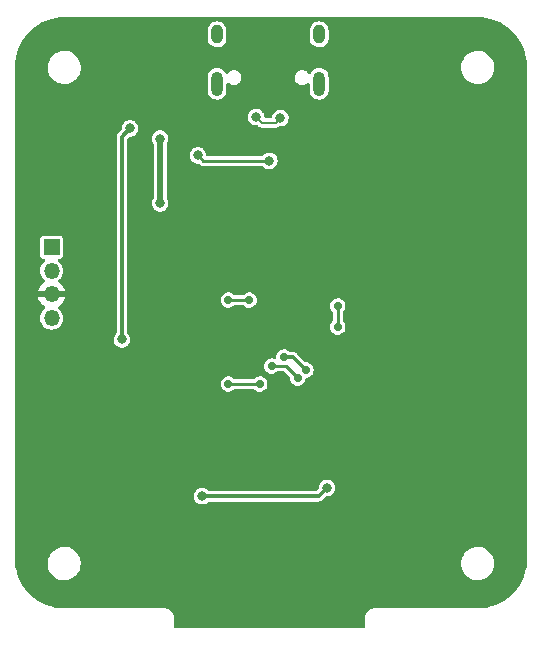
<source format=gbr>
%TF.GenerationSoftware,KiCad,Pcbnew,(6.0.7-1)-1*%
%TF.CreationDate,2023-05-14T20:37:22-05:00*%
%TF.ProjectId,ESP32-C3,45535033-322d-4433-932e-6b696361645f,1.0*%
%TF.SameCoordinates,Original*%
%TF.FileFunction,Copper,L2,Bot*%
%TF.FilePolarity,Positive*%
%FSLAX46Y46*%
G04 Gerber Fmt 4.6, Leading zero omitted, Abs format (unit mm)*
G04 Created by KiCad (PCBNEW (6.0.7-1)-1) date 2023-05-14 20:37:22*
%MOMM*%
%LPD*%
G01*
G04 APERTURE LIST*
%TA.AperFunction,ComponentPad*%
%ADD10O,1.000000X2.100000*%
%TD*%
%TA.AperFunction,ComponentPad*%
%ADD11O,1.000000X1.600000*%
%TD*%
%TA.AperFunction,ComponentPad*%
%ADD12R,1.350000X1.350000*%
%TD*%
%TA.AperFunction,ComponentPad*%
%ADD13O,1.350000X1.350000*%
%TD*%
%TA.AperFunction,ViaPad*%
%ADD14C,0.800000*%
%TD*%
%TA.AperFunction,ViaPad*%
%ADD15C,0.700000*%
%TD*%
%TA.AperFunction,Conductor*%
%ADD16C,0.200000*%
%TD*%
%TA.AperFunction,Conductor*%
%ADD17C,0.250000*%
%TD*%
%TA.AperFunction,Conductor*%
%ADD18C,0.300000*%
%TD*%
%TA.AperFunction,Conductor*%
%ADD19C,0.500000*%
%TD*%
G04 APERTURE END LIST*
D10*
%TO.P,J2,S1,SHIELD*%
%TO.N,unconnected-(J2-PadS1)*%
X144297600Y-67772800D03*
D11*
X144297600Y-63592800D03*
X152937600Y-63592800D03*
D10*
X152937600Y-67772800D03*
%TD*%
D12*
%TO.P,J1,1,Pin_1*%
%TO.N,/VBUS_FILTER*%
X130288000Y-81612400D03*
D13*
%TO.P,J1,2,Pin_2*%
%TO.N,Net-(J1-Pad2)*%
X130288000Y-83612400D03*
%TO.P,J1,3,Pin_3*%
%TO.N,GND*%
X130288000Y-85612400D03*
%TO.P,J1,4,Pin_4*%
%TO.N,Net-(J1-Pad4)*%
X130288000Y-87612400D03*
%TD*%
D14*
%TO.N,GND*%
X155789600Y-113464000D03*
X151725600Y-80444000D03*
X143800800Y-70385600D03*
%TO.N,/D-*%
X149668100Y-70690400D03*
X147610800Y-70588800D03*
%TO.N,/VBUS*%
X142683200Y-73840000D03*
X148728400Y-74297200D03*
%TO.N,/CHIP_EN*%
X143038800Y-102694400D03*
X136243600Y-89423600D03*
X136942800Y-71554000D03*
X153605200Y-101983200D03*
%TO.N,GND*%
X150201600Y-97766800D03*
X150201600Y-95887200D03*
X156316477Y-97536533D03*
X162698400Y-96852400D03*
X162698400Y-102643600D03*
X138263600Y-71300000D03*
X137654000Y-62918000D03*
%TO.N,+3.3V*%
X139482800Y-77904000D03*
X139482800Y-72417600D03*
%TO.N,GND*%
X160107600Y-72112800D03*
X158990000Y-63476800D03*
X157313600Y-91874000D03*
X157313600Y-90858000D03*
X157313600Y-93550400D03*
X157313600Y-94566400D03*
D15*
%TO.N,SPI_DI*%
X145263100Y-86082800D03*
X154519600Y-88368800D03*
X145263100Y-93194800D03*
X147915600Y-93194800D03*
X147012100Y-86082800D03*
X154519600Y-86590800D03*
%TO.N,SPI_NHLD*%
X151139494Y-92702794D03*
X148931600Y-91670800D03*
D14*
%TO.N,GND*%
X142073600Y-78970800D03*
X151878000Y-101322800D03*
X151420800Y-72773200D03*
X139533600Y-85574800D03*
X133437600Y-72874800D03*
X147001200Y-72773200D03*
X136993600Y-94972800D03*
X145883600Y-100306800D03*
D15*
X151979600Y-85828800D03*
D14*
X153036509Y-104402222D03*
X146789296Y-105887940D03*
X153046400Y-70284000D03*
X146442400Y-75821200D03*
X132675600Y-99798800D03*
X133437600Y-74652800D03*
X146442400Y-77345200D03*
X133437600Y-76430800D03*
D15*
%TO.N,/VDD_SPI*%
X151821544Y-92020744D03*
X149947600Y-90908800D03*
%TD*%
D16*
%TO.N,/D-*%
X149668100Y-70690400D02*
X149261700Y-71096800D01*
X149261700Y-71096800D02*
X148118800Y-71096800D01*
X148118800Y-71096800D02*
X147610800Y-70588800D01*
D17*
%TO.N,/VBUS*%
X143140400Y-74297200D02*
X148728400Y-74297200D01*
X142683200Y-73840000D02*
X143140400Y-74297200D01*
D18*
%TO.N,/CHIP_EN*%
X153605200Y-101983200D02*
X152894000Y-102694400D01*
X152894000Y-102694400D02*
X143038800Y-102694400D01*
X136243600Y-89423600D02*
X136231600Y-89435600D01*
X136942800Y-71554000D02*
X136243600Y-72253200D01*
X136243600Y-72253200D02*
X136243600Y-89423600D01*
D19*
%TO.N,+3.3V*%
X139482800Y-77904000D02*
X139482800Y-72417600D01*
D17*
%TO.N,SPI_DI*%
X154519600Y-86590800D02*
X154519600Y-88368800D01*
X147915600Y-93194800D02*
X145263100Y-93194800D01*
X145263100Y-86082800D02*
X147012100Y-86082800D01*
%TO.N,SPI_NHLD*%
X150107500Y-91670800D02*
X148931600Y-91670800D01*
X151139494Y-92702794D02*
X150107500Y-91670800D01*
D18*
%TO.N,/VDD_SPI*%
X151821544Y-92020744D02*
X150709600Y-90908800D01*
X150709600Y-90908800D02*
X149947600Y-90908800D01*
%TD*%
%TA.AperFunction,Conductor*%
%TO.N,GND*%
G36*
X166351991Y-62145184D02*
G01*
X166367600Y-62147936D01*
X166378284Y-62146052D01*
X166384185Y-62146052D01*
X166402155Y-62144898D01*
X166607520Y-62154392D01*
X166749363Y-62160950D01*
X166760754Y-62162005D01*
X167133589Y-62214013D01*
X167144833Y-62216116D01*
X167328052Y-62259209D01*
X167511264Y-62302300D01*
X167522280Y-62305434D01*
X167879203Y-62425063D01*
X167889883Y-62429201D01*
X168234230Y-62581245D01*
X168244483Y-62586350D01*
X168573346Y-62769524D01*
X168583072Y-62775546D01*
X168830045Y-62944727D01*
X168893633Y-62988286D01*
X168902773Y-62995189D01*
X169192381Y-63235676D01*
X169200845Y-63243392D01*
X169467008Y-63509555D01*
X169474724Y-63518019D01*
X169715211Y-63807627D01*
X169722112Y-63816764D01*
X169908419Y-64088737D01*
X169934850Y-64127322D01*
X169940879Y-64137060D01*
X170124050Y-64465917D01*
X170129155Y-64476170D01*
X170281199Y-64820517D01*
X170285337Y-64831197D01*
X170404966Y-65188120D01*
X170408100Y-65199136D01*
X170494283Y-65565560D01*
X170496387Y-65576811D01*
X170544819Y-65924010D01*
X170548394Y-65949639D01*
X170549450Y-65961037D01*
X170550976Y-65994042D01*
X170565502Y-66308245D01*
X170564348Y-66326215D01*
X170564348Y-66332116D01*
X170562464Y-66342800D01*
X170564348Y-66353483D01*
X170565216Y-66358406D01*
X170567100Y-66379939D01*
X170567100Y-107955661D01*
X170565216Y-107977191D01*
X170562464Y-107992800D01*
X170564348Y-108003484D01*
X170564348Y-108009385D01*
X170565502Y-108027355D01*
X170551669Y-108326589D01*
X170549451Y-108374556D01*
X170548395Y-108385954D01*
X170504637Y-108699648D01*
X170496388Y-108758781D01*
X170494284Y-108770033D01*
X170486862Y-108801592D01*
X170408100Y-109136464D01*
X170404966Y-109147480D01*
X170285337Y-109504403D01*
X170281199Y-109515083D01*
X170129155Y-109859430D01*
X170124050Y-109869683D01*
X169940879Y-110198540D01*
X169934850Y-110208278D01*
X169722114Y-110518833D01*
X169715211Y-110527973D01*
X169474724Y-110817581D01*
X169467008Y-110826045D01*
X169200845Y-111092208D01*
X169192381Y-111099924D01*
X168902773Y-111340411D01*
X168893636Y-111347312D01*
X168583072Y-111560054D01*
X168573346Y-111566076D01*
X168380500Y-111673490D01*
X168244483Y-111749250D01*
X168234230Y-111754355D01*
X167889883Y-111906399D01*
X167879203Y-111910537D01*
X167522280Y-112030166D01*
X167511264Y-112033300D01*
X167328052Y-112076392D01*
X167144833Y-112119484D01*
X167133589Y-112121587D01*
X166760754Y-112173595D01*
X166749363Y-112174650D01*
X166607520Y-112181208D01*
X166402155Y-112190702D01*
X166384185Y-112189548D01*
X166378284Y-112189548D01*
X166367600Y-112187664D01*
X166351991Y-112190416D01*
X166330461Y-112192300D01*
X157654739Y-112192300D01*
X157633209Y-112190416D01*
X157629264Y-112189721D01*
X157628285Y-112189548D01*
X157617600Y-112187664D01*
X157607797Y-112189393D01*
X157606213Y-112189549D01*
X157605330Y-112189549D01*
X157603084Y-112189857D01*
X157555559Y-112194538D01*
X157460675Y-112203883D01*
X157409076Y-112219535D01*
X157315607Y-112247888D01*
X157315603Y-112247890D01*
X157309780Y-112249656D01*
X157170714Y-112323988D01*
X157048822Y-112424022D01*
X156948788Y-112545914D01*
X156874456Y-112684980D01*
X156872690Y-112690803D01*
X156872688Y-112690807D01*
X156845757Y-112779588D01*
X156828683Y-112835875D01*
X156828086Y-112841940D01*
X156820019Y-112923845D01*
X156818949Y-112930108D01*
X156817813Y-112932941D01*
X156817185Y-112939233D01*
X156817180Y-112942269D01*
X156817180Y-112942271D01*
X156817173Y-112946846D01*
X156816577Y-112958791D01*
X156814657Y-112978284D01*
X156814657Y-112978287D01*
X156814349Y-112980533D01*
X156814349Y-112981413D01*
X156814193Y-112982997D01*
X156812464Y-112992800D01*
X156814348Y-113003485D01*
X156814348Y-113003487D01*
X156815156Y-113008069D01*
X156817039Y-113029795D01*
X156815934Y-113718999D01*
X156796142Y-113786007D01*
X156743265Y-113831677D01*
X156691934Y-113842800D01*
X140792100Y-113842800D01*
X140725061Y-113823115D01*
X140679306Y-113770311D01*
X140668100Y-113718800D01*
X140668100Y-113029939D01*
X140669984Y-113008406D01*
X140670044Y-113008069D01*
X140672736Y-112992800D01*
X140671007Y-112982997D01*
X140670851Y-112981413D01*
X140670851Y-112980530D01*
X140670543Y-112978284D01*
X140657114Y-112841940D01*
X140656517Y-112835875D01*
X140639443Y-112779588D01*
X140612512Y-112690807D01*
X140612510Y-112690803D01*
X140610744Y-112684980D01*
X140536412Y-112545914D01*
X140436378Y-112424022D01*
X140314486Y-112323988D01*
X140175420Y-112249656D01*
X140169597Y-112247890D01*
X140169593Y-112247888D01*
X140076124Y-112219535D01*
X140024525Y-112203883D01*
X139960795Y-112197606D01*
X139936304Y-112195194D01*
X139929999Y-112194122D01*
X139926978Y-112192917D01*
X139920685Y-112192300D01*
X139913011Y-112192300D01*
X139900859Y-112191703D01*
X139887790Y-112190416D01*
X139882115Y-112189857D01*
X139879869Y-112189549D01*
X139878987Y-112189549D01*
X139877403Y-112189393D01*
X139867600Y-112187664D01*
X139856915Y-112189548D01*
X139855936Y-112189721D01*
X139851991Y-112190416D01*
X139830461Y-112192300D01*
X131404739Y-112192300D01*
X131383209Y-112190416D01*
X131367600Y-112187664D01*
X131356916Y-112189548D01*
X131351015Y-112189548D01*
X131333045Y-112190702D01*
X131127680Y-112181208D01*
X130985837Y-112174650D01*
X130974446Y-112173595D01*
X130601611Y-112121587D01*
X130590367Y-112119484D01*
X130407148Y-112076391D01*
X130223936Y-112033300D01*
X130212920Y-112030166D01*
X129855997Y-111910537D01*
X129845317Y-111906399D01*
X129500970Y-111754355D01*
X129490717Y-111749250D01*
X129354700Y-111673490D01*
X129161854Y-111566076D01*
X129152128Y-111560054D01*
X128841564Y-111347312D01*
X128832427Y-111340411D01*
X128542819Y-111099924D01*
X128534355Y-111092208D01*
X128268192Y-110826045D01*
X128260476Y-110817581D01*
X128019989Y-110527973D01*
X128013086Y-110518833D01*
X127800350Y-110208278D01*
X127794321Y-110198540D01*
X127611150Y-109869683D01*
X127606045Y-109859430D01*
X127454001Y-109515083D01*
X127449863Y-109504403D01*
X127330234Y-109147480D01*
X127327100Y-109136464D01*
X127248338Y-108801592D01*
X127240916Y-108770033D01*
X127238812Y-108758781D01*
X127230564Y-108699648D01*
X127186805Y-108385954D01*
X127185749Y-108374556D01*
X127183532Y-108326589D01*
X129963596Y-108326589D01*
X129972513Y-108564095D01*
X129973590Y-108569230D01*
X129973591Y-108569235D01*
X130015724Y-108770040D01*
X130021319Y-108796704D01*
X130108620Y-109017763D01*
X130111341Y-109022247D01*
X130111343Y-109022251D01*
X130178833Y-109133470D01*
X130231919Y-109220953D01*
X130387690Y-109400464D01*
X130571480Y-109551162D01*
X130576041Y-109553758D01*
X130576042Y-109553759D01*
X130773475Y-109666145D01*
X130773480Y-109666147D01*
X130778033Y-109668739D01*
X131001444Y-109749834D01*
X131235325Y-109792126D01*
X131260219Y-109793300D01*
X131427280Y-109793300D01*
X131429896Y-109793078D01*
X131429897Y-109793078D01*
X131599190Y-109778713D01*
X131604423Y-109778269D01*
X131834474Y-109718560D01*
X132051176Y-109620943D01*
X132248332Y-109488209D01*
X132420305Y-109324155D01*
X132562179Y-109133470D01*
X132564558Y-109128791D01*
X132667513Y-108926293D01*
X132667515Y-108926288D01*
X132669895Y-108921607D01*
X132740375Y-108694624D01*
X132771604Y-108459011D01*
X132766632Y-108326589D01*
X164963596Y-108326589D01*
X164972513Y-108564095D01*
X164973590Y-108569230D01*
X164973591Y-108569235D01*
X165015724Y-108770040D01*
X165021319Y-108796704D01*
X165108620Y-109017763D01*
X165111341Y-109022247D01*
X165111343Y-109022251D01*
X165178833Y-109133470D01*
X165231919Y-109220953D01*
X165387690Y-109400464D01*
X165571480Y-109551162D01*
X165576041Y-109553758D01*
X165576042Y-109553759D01*
X165773475Y-109666145D01*
X165773480Y-109666147D01*
X165778033Y-109668739D01*
X166001444Y-109749834D01*
X166235325Y-109792126D01*
X166260219Y-109793300D01*
X166427280Y-109793300D01*
X166429896Y-109793078D01*
X166429897Y-109793078D01*
X166599190Y-109778713D01*
X166604423Y-109778269D01*
X166834474Y-109718560D01*
X167051176Y-109620943D01*
X167248332Y-109488209D01*
X167420305Y-109324155D01*
X167562179Y-109133470D01*
X167564558Y-109128791D01*
X167667513Y-108926293D01*
X167667515Y-108926288D01*
X167669895Y-108921607D01*
X167740375Y-108694624D01*
X167771604Y-108459011D01*
X167762687Y-108221505D01*
X167735300Y-108090976D01*
X167714961Y-107994042D01*
X167714960Y-107994039D01*
X167713881Y-107988896D01*
X167705040Y-107966508D01*
X167628508Y-107772720D01*
X167626580Y-107767837D01*
X167559207Y-107656809D01*
X167506008Y-107569141D01*
X167503281Y-107564647D01*
X167347510Y-107385136D01*
X167163720Y-107234438D01*
X167046287Y-107167591D01*
X166961725Y-107119455D01*
X166961720Y-107119453D01*
X166957167Y-107116861D01*
X166733756Y-107035766D01*
X166499875Y-106993474D01*
X166474981Y-106992300D01*
X166307920Y-106992300D01*
X166305304Y-106992522D01*
X166305303Y-106992522D01*
X166294084Y-106993474D01*
X166130777Y-107007331D01*
X165900726Y-107067040D01*
X165684024Y-107164657D01*
X165486868Y-107297391D01*
X165314895Y-107461445D01*
X165173021Y-107652130D01*
X165170642Y-107656808D01*
X165170642Y-107656809D01*
X165116475Y-107763349D01*
X165065305Y-107863993D01*
X165063746Y-107869013D01*
X165063745Y-107869016D01*
X165014580Y-108027355D01*
X164994825Y-108090976D01*
X164963596Y-108326589D01*
X132766632Y-108326589D01*
X132762687Y-108221505D01*
X132735300Y-108090976D01*
X132714961Y-107994042D01*
X132714960Y-107994039D01*
X132713881Y-107988896D01*
X132705040Y-107966508D01*
X132628508Y-107772720D01*
X132626580Y-107767837D01*
X132559207Y-107656809D01*
X132506008Y-107569141D01*
X132503281Y-107564647D01*
X132347510Y-107385136D01*
X132163720Y-107234438D01*
X132046287Y-107167591D01*
X131961725Y-107119455D01*
X131961720Y-107119453D01*
X131957167Y-107116861D01*
X131733756Y-107035766D01*
X131499875Y-106993474D01*
X131474981Y-106992300D01*
X131307920Y-106992300D01*
X131305304Y-106992522D01*
X131305303Y-106992522D01*
X131294084Y-106993474D01*
X131130777Y-107007331D01*
X130900726Y-107067040D01*
X130684024Y-107164657D01*
X130486868Y-107297391D01*
X130314895Y-107461445D01*
X130173021Y-107652130D01*
X130170642Y-107656808D01*
X130170642Y-107656809D01*
X130116475Y-107763349D01*
X130065305Y-107863993D01*
X130063746Y-107869013D01*
X130063745Y-107869016D01*
X130014580Y-108027355D01*
X129994825Y-108090976D01*
X129963596Y-108326589D01*
X127183532Y-108326589D01*
X127169698Y-108027355D01*
X127170852Y-108009385D01*
X127170852Y-108003484D01*
X127172736Y-107992800D01*
X127169984Y-107977191D01*
X127168100Y-107955661D01*
X127168100Y-102687011D01*
X142333194Y-102687011D01*
X142351799Y-102855535D01*
X142354365Y-102862547D01*
X142354366Y-102862551D01*
X142392471Y-102966675D01*
X142410066Y-103014756D01*
X142414233Y-103020958D01*
X142414235Y-103020961D01*
X142448268Y-103071607D01*
X142504630Y-103155483D01*
X142510160Y-103160515D01*
X142624502Y-103264559D01*
X142624506Y-103264562D01*
X142630033Y-103269591D01*
X142779035Y-103350492D01*
X142874385Y-103375507D01*
X142935805Y-103391620D01*
X142935807Y-103391620D01*
X142943033Y-103393516D01*
X143025978Y-103394819D01*
X143105090Y-103396062D01*
X143105093Y-103396062D01*
X143112560Y-103396179D01*
X143235009Y-103368135D01*
X143270538Y-103359998D01*
X143270539Y-103359998D01*
X143277829Y-103358328D01*
X143352911Y-103320566D01*
X143422620Y-103285506D01*
X143422622Y-103285505D01*
X143429298Y-103282147D01*
X143434980Y-103277294D01*
X143434983Y-103277292D01*
X143555207Y-103174610D01*
X143618968Y-103146039D01*
X143635739Y-103144900D01*
X152859897Y-103144900D01*
X152874471Y-103145759D01*
X152899105Y-103148675D01*
X152899108Y-103148675D01*
X152908310Y-103149764D01*
X152944974Y-103143068D01*
X152966022Y-103139224D01*
X152969864Y-103138584D01*
X153003017Y-103133599D01*
X153027962Y-103129849D01*
X153034475Y-103126721D01*
X153041573Y-103125425D01*
X153049799Y-103121152D01*
X153093663Y-103098367D01*
X153097146Y-103096627D01*
X153150079Y-103071209D01*
X153155299Y-103066384D01*
X153155520Y-103066235D01*
X153161788Y-103062979D01*
X153166828Y-103058675D01*
X153204097Y-103021406D01*
X153207607Y-103018031D01*
X153242749Y-102985547D01*
X153242751Y-102985544D01*
X153249556Y-102979254D01*
X153253237Y-102972916D01*
X153258828Y-102966675D01*
X153505536Y-102719967D01*
X153566859Y-102686482D01*
X153595164Y-102683663D01*
X153671490Y-102684862D01*
X153671493Y-102684862D01*
X153678960Y-102684979D01*
X153801409Y-102656935D01*
X153836938Y-102648798D01*
X153836939Y-102648798D01*
X153844229Y-102647128D01*
X153919311Y-102609366D01*
X153989020Y-102574306D01*
X153989022Y-102574305D01*
X153995698Y-102570947D01*
X154001380Y-102566094D01*
X154001383Y-102566092D01*
X154118941Y-102465687D01*
X154124623Y-102460834D01*
X154223561Y-102323147D01*
X154286801Y-102165834D01*
X154293938Y-102115688D01*
X154310118Y-102002000D01*
X154310118Y-102001994D01*
X154310690Y-101997978D01*
X154310738Y-101993470D01*
X154310802Y-101987265D01*
X154310845Y-101983200D01*
X154290476Y-101814880D01*
X154230545Y-101656277D01*
X154221857Y-101643636D01*
X154138749Y-101522713D01*
X154138746Y-101522710D01*
X154134512Y-101516549D01*
X154007921Y-101403760D01*
X153993547Y-101396149D01*
X153864689Y-101327923D01*
X153858081Y-101324424D01*
X153693641Y-101283119D01*
X153607448Y-101282668D01*
X153531568Y-101282270D01*
X153531567Y-101282270D01*
X153524095Y-101282231D01*
X153502435Y-101287431D01*
X153366495Y-101320068D01*
X153366493Y-101320069D01*
X153359232Y-101321812D01*
X153352599Y-101325235D01*
X153352595Y-101325237D01*
X153285665Y-101359783D01*
X153208569Y-101399575D01*
X153080804Y-101511031D01*
X152983313Y-101649747D01*
X152921724Y-101807713D01*
X152899594Y-101975811D01*
X152900605Y-101984972D01*
X152900383Y-101986225D01*
X152900336Y-101990716D01*
X152899587Y-101990708D01*
X152888399Y-102053763D01*
X152865036Y-102086261D01*
X152743716Y-102207581D01*
X152682393Y-102241066D01*
X152656035Y-102243900D01*
X143633467Y-102243900D01*
X143566428Y-102224215D01*
X143550978Y-102212483D01*
X143447103Y-102119933D01*
X143447101Y-102119932D01*
X143441521Y-102114960D01*
X143427147Y-102107349D01*
X143366601Y-102075292D01*
X143291681Y-102035624D01*
X143127241Y-101994319D01*
X143041048Y-101993868D01*
X142965168Y-101993470D01*
X142965167Y-101993470D01*
X142957695Y-101993431D01*
X142938756Y-101997978D01*
X142800095Y-102031268D01*
X142800093Y-102031269D01*
X142792832Y-102033012D01*
X142786199Y-102036435D01*
X142786195Y-102036437D01*
X142719265Y-102070983D01*
X142642169Y-102110775D01*
X142636537Y-102115688D01*
X142531198Y-102207581D01*
X142514404Y-102222231D01*
X142416913Y-102360947D01*
X142355324Y-102518913D01*
X142354348Y-102526323D01*
X142354348Y-102526325D01*
X142344259Y-102602962D01*
X142333194Y-102687011D01*
X127168100Y-102687011D01*
X127168100Y-93187938D01*
X144607858Y-93187938D01*
X144608678Y-93195366D01*
X144608678Y-93195368D01*
X144613660Y-93240497D01*
X144625135Y-93344433D01*
X144627701Y-93351445D01*
X144627702Y-93351449D01*
X144628812Y-93354482D01*
X144679243Y-93492290D01*
X144767058Y-93622972D01*
X144821793Y-93672777D01*
X144877978Y-93723902D01*
X144877982Y-93723905D01*
X144883510Y-93728935D01*
X145021876Y-93804062D01*
X145124131Y-93830888D01*
X145166941Y-93842119D01*
X145166943Y-93842119D01*
X145174169Y-93844015D01*
X145251227Y-93845225D01*
X145324125Y-93846371D01*
X145324128Y-93846371D01*
X145331595Y-93846488D01*
X145338876Y-93844820D01*
X145338880Y-93844820D01*
X145477781Y-93813007D01*
X145485068Y-93811338D01*
X145625725Y-93740595D01*
X145731787Y-93650009D01*
X145795549Y-93621439D01*
X145812319Y-93620300D01*
X147368650Y-93620300D01*
X147435689Y-93639985D01*
X147452099Y-93652582D01*
X147536010Y-93728935D01*
X147674376Y-93804062D01*
X147776631Y-93830888D01*
X147819441Y-93842119D01*
X147819443Y-93842119D01*
X147826669Y-93844015D01*
X147903727Y-93845225D01*
X147976625Y-93846371D01*
X147976628Y-93846371D01*
X147984095Y-93846488D01*
X147991376Y-93844820D01*
X147991380Y-93844820D01*
X148130281Y-93813007D01*
X148137568Y-93811338D01*
X148278225Y-93740595D01*
X148283906Y-93735743D01*
X148283909Y-93735741D01*
X148392266Y-93643195D01*
X148392267Y-93643194D01*
X148397948Y-93638342D01*
X148408993Y-93622972D01*
X148429398Y-93594575D01*
X148489824Y-93510483D01*
X148548550Y-93364398D01*
X148549603Y-93357001D01*
X148570162Y-93212544D01*
X148570162Y-93212540D01*
X148570734Y-93208523D01*
X148570878Y-93194800D01*
X148564279Y-93140266D01*
X148552862Y-93045919D01*
X148552861Y-93045915D01*
X148551963Y-93038494D01*
X148496310Y-92891212D01*
X148469654Y-92852427D01*
X148411368Y-92767621D01*
X148411365Y-92767618D01*
X148407131Y-92761457D01*
X148307212Y-92672432D01*
X148295159Y-92661693D01*
X148295158Y-92661692D01*
X148289576Y-92656719D01*
X148150431Y-92583045D01*
X147997728Y-92544689D01*
X147915929Y-92544261D01*
X147847758Y-92543904D01*
X147847757Y-92543904D01*
X147840284Y-92543865D01*
X147833021Y-92545609D01*
X147833018Y-92545609D01*
X147766058Y-92561685D01*
X147687188Y-92580620D01*
X147547279Y-92652832D01*
X147541648Y-92657745D01*
X147541647Y-92657745D01*
X147526596Y-92670875D01*
X147478113Y-92713170D01*
X147448799Y-92738742D01*
X147385340Y-92767978D01*
X147367284Y-92769300D01*
X145810661Y-92769300D01*
X145743622Y-92749615D01*
X145728172Y-92737883D01*
X145642659Y-92661693D01*
X145642658Y-92661692D01*
X145637076Y-92656719D01*
X145497931Y-92583045D01*
X145345228Y-92544689D01*
X145263429Y-92544261D01*
X145195258Y-92543904D01*
X145195257Y-92543904D01*
X145187784Y-92543865D01*
X145180521Y-92545609D01*
X145180518Y-92545609D01*
X145113558Y-92561685D01*
X145034688Y-92580620D01*
X144894779Y-92652832D01*
X144889148Y-92657745D01*
X144889147Y-92657745D01*
X144874096Y-92670875D01*
X144776134Y-92756333D01*
X144685601Y-92885148D01*
X144628409Y-93031839D01*
X144607858Y-93187938D01*
X127168100Y-93187938D01*
X127168100Y-91663938D01*
X148276358Y-91663938D01*
X148277178Y-91671366D01*
X148277178Y-91671368D01*
X148290414Y-91791259D01*
X148293635Y-91820433D01*
X148296201Y-91827445D01*
X148296202Y-91827449D01*
X148325806Y-91908344D01*
X148347743Y-91968290D01*
X148435558Y-92098972D01*
X148472536Y-92132619D01*
X148546478Y-92199902D01*
X148546482Y-92199905D01*
X148552010Y-92204935D01*
X148690376Y-92280062D01*
X148792631Y-92306888D01*
X148835441Y-92318119D01*
X148835443Y-92318119D01*
X148842669Y-92320015D01*
X148919727Y-92321225D01*
X148992625Y-92322371D01*
X148992628Y-92322371D01*
X149000095Y-92322488D01*
X149007376Y-92320820D01*
X149007380Y-92320820D01*
X149146281Y-92289007D01*
X149153568Y-92287338D01*
X149294225Y-92216595D01*
X149349613Y-92169290D01*
X149400288Y-92126009D01*
X149464049Y-92097439D01*
X149480819Y-92096300D01*
X149879890Y-92096300D01*
X149946929Y-92115985D01*
X149967571Y-92132619D01*
X150448766Y-92613814D01*
X150482251Y-92675137D01*
X150484322Y-92695398D01*
X150484252Y-92695932D01*
X150501529Y-92852427D01*
X150504095Y-92859439D01*
X150504096Y-92859443D01*
X150508835Y-92872392D01*
X150555637Y-93000284D01*
X150643452Y-93130966D01*
X150665677Y-93151189D01*
X150754372Y-93231896D01*
X150754376Y-93231899D01*
X150759904Y-93236929D01*
X150898270Y-93312056D01*
X150993371Y-93337005D01*
X151043335Y-93350113D01*
X151043337Y-93350113D01*
X151050563Y-93352009D01*
X151127621Y-93353219D01*
X151200519Y-93354365D01*
X151200522Y-93354365D01*
X151207989Y-93354482D01*
X151215270Y-93352814D01*
X151215274Y-93352814D01*
X151354175Y-93321001D01*
X151361462Y-93319332D01*
X151502119Y-93248589D01*
X151507800Y-93243737D01*
X151507803Y-93243735D01*
X151616160Y-93151189D01*
X151616161Y-93151188D01*
X151621842Y-93146336D01*
X151632887Y-93130966D01*
X151704362Y-93031497D01*
X151713718Y-93018477D01*
X151772444Y-92872392D01*
X151786053Y-92776766D01*
X151814987Y-92713170D01*
X151873711Y-92675311D01*
X151888353Y-92672406D01*
X151890039Y-92672432D01*
X152043512Y-92637282D01*
X152184169Y-92566539D01*
X152189850Y-92561687D01*
X152189853Y-92561685D01*
X152298210Y-92469139D01*
X152298211Y-92469138D01*
X152303892Y-92464286D01*
X152395768Y-92336427D01*
X152454494Y-92190342D01*
X152463650Y-92126009D01*
X152476106Y-92038488D01*
X152476106Y-92038484D01*
X152476678Y-92034467D01*
X152476822Y-92020744D01*
X152471226Y-91974497D01*
X152458806Y-91871863D01*
X152458805Y-91871859D01*
X152457907Y-91864438D01*
X152402254Y-91717156D01*
X152398017Y-91710991D01*
X152317312Y-91593565D01*
X152317309Y-91593562D01*
X152313075Y-91587401D01*
X152223777Y-91507839D01*
X152201103Y-91487637D01*
X152201102Y-91487636D01*
X152195520Y-91482663D01*
X152056375Y-91408989D01*
X151903672Y-91370633D01*
X151870070Y-91370457D01*
X151859016Y-91370399D01*
X151792081Y-91350364D01*
X151771985Y-91334082D01*
X151052267Y-90614364D01*
X151042569Y-90603451D01*
X151027211Y-90583970D01*
X151021472Y-90576690D01*
X150973154Y-90543295D01*
X150970054Y-90541081D01*
X150922784Y-90506166D01*
X150915968Y-90503773D01*
X150910031Y-90499669D01*
X150854081Y-90481974D01*
X150850391Y-90480743D01*
X150803716Y-90464352D01*
X150803712Y-90464351D01*
X150794969Y-90461281D01*
X150787865Y-90461002D01*
X150787614Y-90460953D01*
X150780870Y-90458820D01*
X150774263Y-90458300D01*
X150721532Y-90458300D01*
X150716663Y-90458204D01*
X150668873Y-90456326D01*
X150668872Y-90456326D01*
X150659606Y-90455962D01*
X150652522Y-90457840D01*
X150644162Y-90458300D01*
X150467102Y-90458300D01*
X150400063Y-90438615D01*
X150384613Y-90426883D01*
X150327159Y-90375693D01*
X150327157Y-90375692D01*
X150321576Y-90370719D01*
X150182431Y-90297045D01*
X150029728Y-90258689D01*
X149947929Y-90258261D01*
X149879758Y-90257904D01*
X149879757Y-90257904D01*
X149872284Y-90257865D01*
X149865021Y-90259609D01*
X149865018Y-90259609D01*
X149795736Y-90276242D01*
X149719188Y-90294620D01*
X149579279Y-90366832D01*
X149460634Y-90470333D01*
X149370101Y-90599148D01*
X149367385Y-90606113D01*
X149367385Y-90606114D01*
X149341505Y-90672494D01*
X149312909Y-90745839D01*
X149292358Y-90901938D01*
X149293178Y-90909366D01*
X149293178Y-90909370D01*
X149294211Y-90918725D01*
X149282001Y-90987520D01*
X149234537Y-91038792D01*
X149166887Y-91056264D01*
X149140752Y-91052595D01*
X149020978Y-91022510D01*
X149013728Y-91020689D01*
X148931929Y-91020261D01*
X148863758Y-91019904D01*
X148863757Y-91019904D01*
X148856284Y-91019865D01*
X148849021Y-91021609D01*
X148849018Y-91021609D01*
X148779736Y-91038242D01*
X148703188Y-91056620D01*
X148563279Y-91128832D01*
X148444634Y-91232333D01*
X148354101Y-91361148D01*
X148351385Y-91368113D01*
X148351385Y-91368114D01*
X148325505Y-91434494D01*
X148296909Y-91507839D01*
X148276358Y-91663938D01*
X127168100Y-91663938D01*
X127168100Y-89416211D01*
X135537994Y-89416211D01*
X135538814Y-89423639D01*
X135538814Y-89423641D01*
X135540441Y-89438378D01*
X135556599Y-89584735D01*
X135559165Y-89591747D01*
X135559166Y-89591751D01*
X135612297Y-89736936D01*
X135614866Y-89743956D01*
X135619033Y-89750158D01*
X135619035Y-89750161D01*
X135632110Y-89769618D01*
X135709430Y-89884683D01*
X135714960Y-89889715D01*
X135829302Y-89993759D01*
X135829306Y-89993762D01*
X135834833Y-89998791D01*
X135983835Y-90079692D01*
X136079185Y-90104707D01*
X136140605Y-90120820D01*
X136140607Y-90120820D01*
X136147833Y-90122716D01*
X136230778Y-90124019D01*
X136309890Y-90125262D01*
X136309893Y-90125262D01*
X136317360Y-90125379D01*
X136439809Y-90097335D01*
X136475338Y-90089198D01*
X136475339Y-90089198D01*
X136482629Y-90087528D01*
X136557711Y-90049765D01*
X136627420Y-90014706D01*
X136627422Y-90014705D01*
X136634098Y-90011347D01*
X136639780Y-90006494D01*
X136639783Y-90006492D01*
X136757341Y-89906087D01*
X136763023Y-89901234D01*
X136861961Y-89763547D01*
X136925201Y-89606234D01*
X136949090Y-89438378D01*
X136949245Y-89423600D01*
X136928876Y-89255280D01*
X136868945Y-89096677D01*
X136860257Y-89084036D01*
X136777149Y-88963113D01*
X136777146Y-88963110D01*
X136772912Y-88956949D01*
X136735611Y-88923715D01*
X136698652Y-88864421D01*
X136694100Y-88831132D01*
X136694100Y-88361938D01*
X153864358Y-88361938D01*
X153865178Y-88369366D01*
X153865178Y-88369368D01*
X153872567Y-88436296D01*
X153881635Y-88518433D01*
X153884201Y-88525445D01*
X153884202Y-88525449D01*
X153903334Y-88577728D01*
X153935743Y-88666290D01*
X154023558Y-88796972D01*
X154078293Y-88846777D01*
X154134478Y-88897902D01*
X154134482Y-88897905D01*
X154140010Y-88902935D01*
X154146580Y-88906502D01*
X154146581Y-88906503D01*
X154271808Y-88974496D01*
X154278376Y-88978062D01*
X154380631Y-89004888D01*
X154423441Y-89016119D01*
X154423443Y-89016119D01*
X154430669Y-89018015D01*
X154507727Y-89019225D01*
X154580625Y-89020371D01*
X154580628Y-89020371D01*
X154588095Y-89020488D01*
X154595376Y-89018820D01*
X154595380Y-89018820D01*
X154734281Y-88987007D01*
X154741568Y-88985338D01*
X154882225Y-88914595D01*
X154887906Y-88909743D01*
X154887909Y-88909741D01*
X154996266Y-88817195D01*
X154996267Y-88817194D01*
X155001948Y-88812342D01*
X155012993Y-88796972D01*
X155033398Y-88768575D01*
X155093824Y-88684483D01*
X155152550Y-88538398D01*
X155154042Y-88527913D01*
X155174162Y-88386544D01*
X155174162Y-88386540D01*
X155174734Y-88382523D01*
X155174878Y-88368800D01*
X155168690Y-88317661D01*
X155156862Y-88219919D01*
X155156861Y-88219915D01*
X155155963Y-88212494D01*
X155144448Y-88182020D01*
X155102954Y-88072208D01*
X155102952Y-88072205D01*
X155100310Y-88065212D01*
X155066739Y-88016366D01*
X155015368Y-87941621D01*
X155015365Y-87941618D01*
X155011131Y-87935457D01*
X155005550Y-87930485D01*
X155005547Y-87930481D01*
X154986610Y-87913609D01*
X154949652Y-87854315D01*
X154945100Y-87821027D01*
X154945100Y-87140060D01*
X154964785Y-87073021D01*
X154988567Y-87045771D01*
X154996265Y-87039196D01*
X154996266Y-87039195D01*
X155001948Y-87034342D01*
X155012993Y-87018972D01*
X155082887Y-86921703D01*
X155093824Y-86906483D01*
X155152550Y-86760398D01*
X155154393Y-86747449D01*
X155174162Y-86608544D01*
X155174162Y-86608540D01*
X155174734Y-86604523D01*
X155174878Y-86590800D01*
X155173151Y-86576527D01*
X155156862Y-86441919D01*
X155156861Y-86441915D01*
X155155963Y-86434494D01*
X155100310Y-86287212D01*
X155045219Y-86207055D01*
X155015368Y-86163621D01*
X155015365Y-86163618D01*
X155011131Y-86157457D01*
X154964851Y-86116223D01*
X154899159Y-86057693D01*
X154899158Y-86057692D01*
X154893576Y-86052719D01*
X154754431Y-85979045D01*
X154601728Y-85940689D01*
X154519929Y-85940261D01*
X154451758Y-85939904D01*
X154451757Y-85939904D01*
X154444284Y-85939865D01*
X154437021Y-85941609D01*
X154437018Y-85941609D01*
X154367736Y-85958243D01*
X154291188Y-85976620D01*
X154151279Y-86048832D01*
X154032634Y-86152333D01*
X153942101Y-86281148D01*
X153884909Y-86427839D01*
X153864358Y-86583938D01*
X153865178Y-86591366D01*
X153865178Y-86591368D01*
X153870519Y-86639742D01*
X153881635Y-86740433D01*
X153884201Y-86747445D01*
X153884202Y-86747449D01*
X153886234Y-86753001D01*
X153935743Y-86888290D01*
X154023558Y-87018972D01*
X154053555Y-87046267D01*
X154089890Y-87105942D01*
X154094100Y-87137979D01*
X154094100Y-87820334D01*
X154074415Y-87887373D01*
X154051618Y-87913772D01*
X154032634Y-87930333D01*
X153942101Y-88059148D01*
X153884909Y-88205839D01*
X153864358Y-88361938D01*
X136694100Y-88361938D01*
X136694100Y-86075938D01*
X144607858Y-86075938D01*
X144608678Y-86083366D01*
X144608678Y-86083368D01*
X144616292Y-86152333D01*
X144625135Y-86232433D01*
X144627701Y-86239445D01*
X144627702Y-86239449D01*
X144642925Y-86281047D01*
X144679243Y-86380290D01*
X144767058Y-86510972D01*
X144821793Y-86560777D01*
X144877978Y-86611902D01*
X144877982Y-86611905D01*
X144883510Y-86616935D01*
X144890080Y-86620502D01*
X144890081Y-86620503D01*
X145006247Y-86683576D01*
X145021876Y-86692062D01*
X145124131Y-86718888D01*
X145166941Y-86730119D01*
X145166943Y-86730119D01*
X145174169Y-86732015D01*
X145251227Y-86733225D01*
X145324125Y-86734371D01*
X145324128Y-86734371D01*
X145331595Y-86734488D01*
X145338876Y-86732820D01*
X145338880Y-86732820D01*
X145477781Y-86701007D01*
X145485068Y-86699338D01*
X145625725Y-86628595D01*
X145731787Y-86538009D01*
X145795549Y-86509439D01*
X145812319Y-86508300D01*
X146465150Y-86508300D01*
X146532189Y-86527985D01*
X146548599Y-86540582D01*
X146632510Y-86616935D01*
X146639080Y-86620502D01*
X146639081Y-86620503D01*
X146755247Y-86683576D01*
X146770876Y-86692062D01*
X146873131Y-86718888D01*
X146915941Y-86730119D01*
X146915943Y-86730119D01*
X146923169Y-86732015D01*
X147000227Y-86733225D01*
X147073125Y-86734371D01*
X147073128Y-86734371D01*
X147080595Y-86734488D01*
X147087876Y-86732820D01*
X147087880Y-86732820D01*
X147226781Y-86701007D01*
X147234068Y-86699338D01*
X147374725Y-86628595D01*
X147380406Y-86623743D01*
X147380409Y-86623741D01*
X147488766Y-86531195D01*
X147488767Y-86531194D01*
X147494448Y-86526342D01*
X147505493Y-86510972D01*
X147525898Y-86482575D01*
X147586324Y-86398483D01*
X147645050Y-86252398D01*
X147646893Y-86239449D01*
X147666662Y-86100544D01*
X147666662Y-86100540D01*
X147667234Y-86096523D01*
X147667378Y-86082800D01*
X147663315Y-86049221D01*
X147649362Y-85933919D01*
X147649361Y-85933915D01*
X147648463Y-85926494D01*
X147639376Y-85902446D01*
X147595454Y-85786208D01*
X147595452Y-85786205D01*
X147592810Y-85779212D01*
X147584437Y-85767029D01*
X147507868Y-85655621D01*
X147507865Y-85655618D01*
X147503631Y-85649457D01*
X147386076Y-85544719D01*
X147246931Y-85471045D01*
X147094228Y-85432689D01*
X147012429Y-85432261D01*
X146944258Y-85431904D01*
X146944257Y-85431904D01*
X146936784Y-85431865D01*
X146929521Y-85433609D01*
X146929518Y-85433609D01*
X146860236Y-85450243D01*
X146783688Y-85468620D01*
X146643779Y-85540832D01*
X146638148Y-85545745D01*
X146638147Y-85545745D01*
X146545299Y-85626742D01*
X146481840Y-85655978D01*
X146463784Y-85657300D01*
X145810661Y-85657300D01*
X145743622Y-85637615D01*
X145728172Y-85625883D01*
X145642659Y-85549693D01*
X145642658Y-85549692D01*
X145637076Y-85544719D01*
X145497931Y-85471045D01*
X145345228Y-85432689D01*
X145263429Y-85432261D01*
X145195258Y-85431904D01*
X145195257Y-85431904D01*
X145187784Y-85431865D01*
X145180521Y-85433609D01*
X145180518Y-85433609D01*
X145111236Y-85450243D01*
X145034688Y-85468620D01*
X144894779Y-85540832D01*
X144776134Y-85644333D01*
X144685601Y-85773148D01*
X144628409Y-85919839D01*
X144607858Y-86075938D01*
X136694100Y-86075938D01*
X136694100Y-77896611D01*
X138777194Y-77896611D01*
X138778014Y-77904039D01*
X138778014Y-77904041D01*
X138779641Y-77918778D01*
X138795799Y-78065135D01*
X138798365Y-78072147D01*
X138798366Y-78072151D01*
X138851497Y-78217336D01*
X138854066Y-78224356D01*
X138858233Y-78230558D01*
X138858235Y-78230561D01*
X138871310Y-78250018D01*
X138948630Y-78365083D01*
X138954160Y-78370115D01*
X139068502Y-78474159D01*
X139068506Y-78474162D01*
X139074033Y-78479191D01*
X139223035Y-78560092D01*
X139318385Y-78585107D01*
X139379805Y-78601220D01*
X139379807Y-78601220D01*
X139387033Y-78603116D01*
X139469978Y-78604419D01*
X139549090Y-78605662D01*
X139549093Y-78605662D01*
X139556560Y-78605779D01*
X139679009Y-78577735D01*
X139714538Y-78569598D01*
X139714539Y-78569598D01*
X139721829Y-78567928D01*
X139796911Y-78530165D01*
X139866620Y-78495106D01*
X139866622Y-78495105D01*
X139873298Y-78491747D01*
X139878980Y-78486894D01*
X139878983Y-78486892D01*
X139996541Y-78386487D01*
X140002223Y-78381634D01*
X140101161Y-78243947D01*
X140164401Y-78086634D01*
X140188290Y-77918778D01*
X140188445Y-77904000D01*
X140168076Y-77735680D01*
X140108145Y-77577077D01*
X140055109Y-77499910D01*
X140033300Y-77429675D01*
X140033300Y-73832611D01*
X141977594Y-73832611D01*
X141996199Y-74001135D01*
X141998765Y-74008147D01*
X141998766Y-74008151D01*
X142051897Y-74153336D01*
X142054466Y-74160356D01*
X142058633Y-74166558D01*
X142058635Y-74166561D01*
X142119621Y-74257317D01*
X142149030Y-74301083D01*
X142154560Y-74306115D01*
X142268902Y-74410159D01*
X142268906Y-74410162D01*
X142274433Y-74415191D01*
X142423435Y-74496092D01*
X142518785Y-74521107D01*
X142580205Y-74537220D01*
X142580207Y-74537220D01*
X142587433Y-74539116D01*
X142733432Y-74541409D01*
X142800153Y-74562144D01*
X142819165Y-74577713D01*
X142887180Y-74645728D01*
X142908697Y-74656691D01*
X142925281Y-74666854D01*
X142936927Y-74675316D01*
X142936931Y-74675318D01*
X142944819Y-74681049D01*
X142954098Y-74684064D01*
X142967784Y-74688511D01*
X142985753Y-74695954D01*
X143007274Y-74706919D01*
X143016911Y-74708445D01*
X143016913Y-74708446D01*
X143031121Y-74710696D01*
X143050036Y-74715236D01*
X143073007Y-74722700D01*
X148107930Y-74722700D01*
X148174969Y-74742385D01*
X148193812Y-74758743D01*
X148194230Y-74758283D01*
X148314102Y-74867359D01*
X148314106Y-74867362D01*
X148319633Y-74872391D01*
X148468635Y-74953292D01*
X148563985Y-74978307D01*
X148625405Y-74994420D01*
X148625407Y-74994420D01*
X148632633Y-74996316D01*
X148715578Y-74997619D01*
X148794690Y-74998862D01*
X148794693Y-74998862D01*
X148802160Y-74998979D01*
X148924609Y-74970935D01*
X148960138Y-74962798D01*
X148960139Y-74962798D01*
X148967429Y-74961128D01*
X149042511Y-74923366D01*
X149112220Y-74888306D01*
X149112222Y-74888305D01*
X149118898Y-74884947D01*
X149124580Y-74880094D01*
X149124583Y-74880092D01*
X149242141Y-74779687D01*
X149247823Y-74774834D01*
X149346761Y-74637147D01*
X149410001Y-74479834D01*
X149433890Y-74311978D01*
X149433952Y-74306115D01*
X149434002Y-74301265D01*
X149434045Y-74297200D01*
X149413676Y-74128880D01*
X149404654Y-74105005D01*
X149356389Y-73977273D01*
X149356387Y-73977270D01*
X149353745Y-73970277D01*
X149349508Y-73964112D01*
X149261949Y-73836713D01*
X149261946Y-73836710D01*
X149257712Y-73830549D01*
X149131121Y-73717760D01*
X149116747Y-73710149D01*
X149056201Y-73678092D01*
X148981281Y-73638424D01*
X148816841Y-73597119D01*
X148730648Y-73596668D01*
X148654768Y-73596270D01*
X148654767Y-73596270D01*
X148647295Y-73596231D01*
X148625635Y-73601431D01*
X148489695Y-73634068D01*
X148489693Y-73634069D01*
X148482432Y-73635812D01*
X148475799Y-73639235D01*
X148475795Y-73639237D01*
X148440315Y-73657550D01*
X148331769Y-73713575D01*
X148204004Y-73825031D01*
X148199967Y-73830775D01*
X148140644Y-73867321D01*
X148107983Y-73871700D01*
X143502580Y-73871700D01*
X143435541Y-73852015D01*
X143389786Y-73799211D01*
X143379478Y-73762597D01*
X143369375Y-73679105D01*
X143369374Y-73679101D01*
X143368476Y-73671680D01*
X143308545Y-73513077D01*
X143299857Y-73500436D01*
X143216749Y-73379513D01*
X143216746Y-73379510D01*
X143212512Y-73373349D01*
X143085921Y-73260560D01*
X143071547Y-73252949D01*
X142942689Y-73184723D01*
X142936081Y-73181224D01*
X142771641Y-73139919D01*
X142685448Y-73139468D01*
X142609568Y-73139070D01*
X142609567Y-73139070D01*
X142602095Y-73139031D01*
X142580435Y-73144231D01*
X142444495Y-73176868D01*
X142444493Y-73176869D01*
X142437232Y-73178612D01*
X142430599Y-73182035D01*
X142430595Y-73182037D01*
X142363665Y-73216583D01*
X142286569Y-73256375D01*
X142158804Y-73367831D01*
X142061313Y-73506547D01*
X141999724Y-73664513D01*
X141977594Y-73832611D01*
X140033300Y-73832611D01*
X140033300Y-72891918D01*
X140056602Y-72819559D01*
X140096799Y-72763619D01*
X140096803Y-72763612D01*
X140101161Y-72757547D01*
X140164401Y-72600234D01*
X140179924Y-72491165D01*
X140187718Y-72436400D01*
X140187718Y-72436394D01*
X140188290Y-72432378D01*
X140188445Y-72417600D01*
X140186654Y-72402799D01*
X140168975Y-72256705D01*
X140168974Y-72256701D01*
X140168076Y-72249280D01*
X140115671Y-72110594D01*
X140110789Y-72097673D01*
X140110787Y-72097670D01*
X140108145Y-72090677D01*
X140099457Y-72078036D01*
X140016349Y-71957113D01*
X140016346Y-71957110D01*
X140012112Y-71950949D01*
X139885521Y-71838160D01*
X139871147Y-71830549D01*
X139742289Y-71762323D01*
X139735681Y-71758824D01*
X139571241Y-71717519D01*
X139485048Y-71717068D01*
X139409168Y-71716670D01*
X139409167Y-71716670D01*
X139401695Y-71716631D01*
X139380035Y-71721831D01*
X139244095Y-71754468D01*
X139244093Y-71754469D01*
X139236832Y-71756212D01*
X139230199Y-71759635D01*
X139230195Y-71759637D01*
X139163265Y-71794183D01*
X139086169Y-71833975D01*
X139080537Y-71838888D01*
X138992479Y-71915706D01*
X138958404Y-71945431D01*
X138860913Y-72084147D01*
X138799324Y-72242113D01*
X138798348Y-72249523D01*
X138798348Y-72249525D01*
X138797698Y-72254463D01*
X138777194Y-72410211D01*
X138778014Y-72417639D01*
X138778014Y-72417641D01*
X138779641Y-72432378D01*
X138795799Y-72578735D01*
X138798365Y-72585747D01*
X138798366Y-72585751D01*
X138851497Y-72730936D01*
X138854066Y-72737956D01*
X138858233Y-72744157D01*
X138858238Y-72744167D01*
X138911221Y-72823013D01*
X138932300Y-72892173D01*
X138932300Y-77429757D01*
X138909751Y-77501057D01*
X138860913Y-77570547D01*
X138799324Y-77728513D01*
X138777194Y-77896611D01*
X136694100Y-77896611D01*
X136694100Y-72491165D01*
X136713785Y-72424126D01*
X136730419Y-72403484D01*
X136843136Y-72290767D01*
X136904459Y-72257282D01*
X136932764Y-72254463D01*
X137009090Y-72255662D01*
X137009093Y-72255662D01*
X137016560Y-72255779D01*
X137139009Y-72227735D01*
X137174538Y-72219598D01*
X137174539Y-72219598D01*
X137181829Y-72217928D01*
X137267092Y-72175045D01*
X137326620Y-72145106D01*
X137326622Y-72145105D01*
X137333298Y-72141747D01*
X137338980Y-72136894D01*
X137338983Y-72136892D01*
X137456541Y-72036487D01*
X137462223Y-72031634D01*
X137561161Y-71893947D01*
X137624401Y-71736634D01*
X137625454Y-71729237D01*
X137647718Y-71572800D01*
X137647718Y-71572794D01*
X137648290Y-71568778D01*
X137648445Y-71554000D01*
X137641584Y-71497300D01*
X137628975Y-71393105D01*
X137628974Y-71393101D01*
X137628076Y-71385680D01*
X137592220Y-71290790D01*
X137570789Y-71234073D01*
X137570787Y-71234070D01*
X137568145Y-71227077D01*
X137521329Y-71158959D01*
X137476349Y-71093513D01*
X137476346Y-71093510D01*
X137472112Y-71087349D01*
X137345521Y-70974560D01*
X137331147Y-70966949D01*
X137221994Y-70909156D01*
X137195681Y-70895224D01*
X137031241Y-70853919D01*
X136945048Y-70853468D01*
X136869168Y-70853070D01*
X136869167Y-70853070D01*
X136861695Y-70853031D01*
X136840035Y-70858231D01*
X136704095Y-70890868D01*
X136704093Y-70890869D01*
X136696832Y-70892612D01*
X136690199Y-70896035D01*
X136690195Y-70896037D01*
X136623265Y-70930583D01*
X136546169Y-70970375D01*
X136540537Y-70975288D01*
X136449259Y-71054915D01*
X136418404Y-71081831D01*
X136320913Y-71220547D01*
X136259324Y-71378513D01*
X136258348Y-71385923D01*
X136258348Y-71385925D01*
X136251316Y-71439338D01*
X136237194Y-71546611D01*
X136238205Y-71555772D01*
X136237983Y-71557025D01*
X136237936Y-71561516D01*
X136237187Y-71561508D01*
X136225999Y-71624563D01*
X136202636Y-71657061D01*
X135949164Y-71910533D01*
X135938251Y-71920231D01*
X135911490Y-71941328D01*
X135906220Y-71948953D01*
X135878110Y-71989626D01*
X135875881Y-71992746D01*
X135840966Y-72040016D01*
X135838573Y-72046832D01*
X135834469Y-72052769D01*
X135816775Y-72108716D01*
X135815543Y-72112409D01*
X135799152Y-72159084D01*
X135799151Y-72159088D01*
X135796081Y-72167831D01*
X135795802Y-72174935D01*
X135795753Y-72175186D01*
X135793620Y-72181930D01*
X135793100Y-72188537D01*
X135793100Y-72241268D01*
X135793004Y-72246137D01*
X135792881Y-72249280D01*
X135790762Y-72303194D01*
X135792640Y-72310278D01*
X135793100Y-72318638D01*
X135793100Y-88830589D01*
X135773415Y-88897628D01*
X135750615Y-88924030D01*
X135719204Y-88951431D01*
X135621713Y-89090147D01*
X135560124Y-89248113D01*
X135537994Y-89416211D01*
X127168100Y-89416211D01*
X127168100Y-85875159D01*
X129142344Y-85875159D01*
X129174254Y-86000802D01*
X129178027Y-86011457D01*
X129263683Y-86197259D01*
X129269339Y-86207055D01*
X129387416Y-86374131D01*
X129394765Y-86382735D01*
X129541308Y-86525491D01*
X129550110Y-86532619D01*
X129695798Y-86629964D01*
X129740603Y-86683576D01*
X129749310Y-86752901D01*
X129719156Y-86815928D01*
X129704606Y-86829704D01*
X129602176Y-86912060D01*
X129479207Y-87058608D01*
X129387045Y-87226250D01*
X129385211Y-87232032D01*
X129385210Y-87232034D01*
X129381203Y-87244667D01*
X129329200Y-87408601D01*
X129307876Y-87598714D01*
X129323884Y-87789348D01*
X129325554Y-87795170D01*
X129325554Y-87795173D01*
X129333691Y-87823550D01*
X129376614Y-87973243D01*
X129464060Y-88143393D01*
X129582889Y-88293318D01*
X129728575Y-88417307D01*
X129895570Y-88510637D01*
X130077512Y-88569754D01*
X130083530Y-88570472D01*
X130083532Y-88570472D01*
X130220618Y-88586818D01*
X130267472Y-88592405D01*
X130273516Y-88591940D01*
X130273517Y-88591940D01*
X130332050Y-88587436D01*
X130458213Y-88577728D01*
X130578838Y-88544049D01*
X130636631Y-88527913D01*
X130636633Y-88527912D01*
X130642472Y-88526282D01*
X130813228Y-88440027D01*
X130963979Y-88322248D01*
X130967935Y-88317664D01*
X130967939Y-88317661D01*
X131085020Y-88182020D01*
X131088982Y-88177430D01*
X131183476Y-88011091D01*
X131224631Y-87887373D01*
X131241948Y-87835318D01*
X131241949Y-87835314D01*
X131243861Y-87829566D01*
X131267838Y-87639769D01*
X131268220Y-87612400D01*
X131249552Y-87422008D01*
X131194259Y-87238867D01*
X131104446Y-87069955D01*
X130983535Y-86921703D01*
X130869202Y-86827119D01*
X130830094Y-86769219D01*
X130828498Y-86699368D01*
X130864919Y-86639742D01*
X130887653Y-86623385D01*
X130951426Y-86587671D01*
X130960745Y-86581266D01*
X131118043Y-86450442D01*
X131126042Y-86442443D01*
X131256866Y-86285145D01*
X131263271Y-86275826D01*
X131363236Y-86097325D01*
X131367845Y-86086973D01*
X131433600Y-85893264D01*
X131436246Y-85882241D01*
X131436565Y-85880045D01*
X131434609Y-85866329D01*
X131421257Y-85862400D01*
X129156934Y-85862400D01*
X129143617Y-85866310D01*
X129142344Y-85875159D01*
X127168100Y-85875159D01*
X127168100Y-85359251D01*
X129140271Y-85359251D01*
X129146894Y-85362400D01*
X131420585Y-85362400D01*
X131433902Y-85358490D01*
X131435054Y-85350482D01*
X131391199Y-85194983D01*
X131387143Y-85184416D01*
X131296660Y-85000937D01*
X131290741Y-84991277D01*
X131168335Y-84827355D01*
X131160763Y-84818945D01*
X131010534Y-84680076D01*
X131001549Y-84673181D01*
X130881347Y-84597339D01*
X130835154Y-84544918D01*
X130824634Y-84475845D01*
X130853129Y-84412050D01*
X130871174Y-84394755D01*
X130959200Y-84325982D01*
X130959201Y-84325981D01*
X130963979Y-84322248D01*
X130967935Y-84317664D01*
X130967939Y-84317661D01*
X131085020Y-84182020D01*
X131088982Y-84177430D01*
X131183476Y-84011091D01*
X131243861Y-83829566D01*
X131267838Y-83639769D01*
X131268220Y-83612400D01*
X131249552Y-83422008D01*
X131194259Y-83238867D01*
X131104446Y-83069955D01*
X130983535Y-82921703D01*
X130845419Y-82807444D01*
X130806311Y-82749544D01*
X130804715Y-82679693D01*
X130841136Y-82620067D01*
X130904012Y-82589597D01*
X130924459Y-82587900D01*
X131007646Y-82587900D01*
X131011300Y-82587465D01*
X131011302Y-82587465D01*
X131016266Y-82586874D01*
X131033846Y-82584782D01*
X131136153Y-82539339D01*
X131215241Y-82460113D01*
X131260506Y-82357727D01*
X131263500Y-82332046D01*
X131263500Y-80892754D01*
X131260382Y-80866554D01*
X131214939Y-80764247D01*
X131135713Y-80685159D01*
X131125242Y-80680530D01*
X131125241Y-80680529D01*
X131041853Y-80643663D01*
X131041851Y-80643662D01*
X131033327Y-80639894D01*
X131007646Y-80636900D01*
X129568354Y-80636900D01*
X129564700Y-80637335D01*
X129564698Y-80637335D01*
X129559734Y-80637926D01*
X129542154Y-80640018D01*
X129439847Y-80685461D01*
X129360759Y-80764687D01*
X129315494Y-80867073D01*
X129312500Y-80892754D01*
X129312500Y-82332046D01*
X129315618Y-82358246D01*
X129361061Y-82460553D01*
X129440287Y-82539641D01*
X129450758Y-82544270D01*
X129450759Y-82544271D01*
X129534147Y-82581137D01*
X129534149Y-82581138D01*
X129542673Y-82584906D01*
X129568354Y-82587900D01*
X129653232Y-82587900D01*
X129720271Y-82607585D01*
X129766026Y-82660389D01*
X129775970Y-82729547D01*
X129746945Y-82793103D01*
X129730931Y-82808538D01*
X129602176Y-82912060D01*
X129479207Y-83058608D01*
X129387045Y-83226250D01*
X129385211Y-83232032D01*
X129385210Y-83232034D01*
X129381203Y-83244667D01*
X129329200Y-83408601D01*
X129307876Y-83598714D01*
X129323884Y-83789348D01*
X129376614Y-83973243D01*
X129464060Y-84143393D01*
X129582889Y-84293318D01*
X129587504Y-84297246D01*
X129587513Y-84297255D01*
X129707615Y-84399470D01*
X129745910Y-84457910D01*
X129746531Y-84527777D01*
X129709280Y-84586888D01*
X129690648Y-84600467D01*
X129599277Y-84654826D01*
X129590119Y-84661480D01*
X129436306Y-84796371D01*
X129428516Y-84804580D01*
X129301859Y-84965243D01*
X129295694Y-84974736D01*
X129200437Y-85155792D01*
X129196104Y-85166253D01*
X129140486Y-85345373D01*
X129140271Y-85359251D01*
X127168100Y-85359251D01*
X127168100Y-70581411D01*
X146905194Y-70581411D01*
X146923799Y-70749935D01*
X146926365Y-70756947D01*
X146926366Y-70756951D01*
X146961527Y-70853031D01*
X146982066Y-70909156D01*
X146986233Y-70915358D01*
X146986235Y-70915361D01*
X147029357Y-70979533D01*
X147076630Y-71049883D01*
X147082160Y-71054915D01*
X147196502Y-71158959D01*
X147196506Y-71158962D01*
X147202033Y-71163991D01*
X147351035Y-71244892D01*
X147446385Y-71269907D01*
X147507805Y-71286020D01*
X147507807Y-71286020D01*
X147515033Y-71287916D01*
X147593003Y-71289141D01*
X147677087Y-71290462D01*
X147677090Y-71290462D01*
X147684560Y-71290579D01*
X147684557Y-71290790D01*
X147749420Y-71302653D01*
X147781331Y-71325723D01*
X147880458Y-71424850D01*
X147900194Y-71434906D01*
X147900196Y-71434907D01*
X147916786Y-71445074D01*
X147934710Y-71458096D01*
X147955777Y-71464941D01*
X147973752Y-71472386D01*
X147984799Y-71478015D01*
X147984801Y-71478016D01*
X147993496Y-71482446D01*
X148015394Y-71485914D01*
X148034290Y-71490451D01*
X148055367Y-71497299D01*
X148087277Y-71497299D01*
X148087281Y-71497300D01*
X149325133Y-71497300D01*
X149346199Y-71490455D01*
X149365124Y-71485911D01*
X149387004Y-71482446D01*
X149395697Y-71478017D01*
X149395702Y-71478015D01*
X149406748Y-71472387D01*
X149424719Y-71464943D01*
X149433353Y-71462137D01*
X149445790Y-71458096D01*
X149463716Y-71445072D01*
X149480302Y-71434908D01*
X149500042Y-71424850D01*
X149506946Y-71417946D01*
X149513163Y-71413429D01*
X149578969Y-71389949D01*
X149587995Y-71389762D01*
X149608783Y-71390089D01*
X149734390Y-71392062D01*
X149734393Y-71392062D01*
X149741860Y-71392179D01*
X149864309Y-71364135D01*
X149899838Y-71355998D01*
X149899839Y-71355998D01*
X149907129Y-71354328D01*
X149982211Y-71316566D01*
X150051920Y-71281506D01*
X150051922Y-71281505D01*
X150058598Y-71278147D01*
X150064280Y-71273294D01*
X150064283Y-71273292D01*
X150181841Y-71172887D01*
X150187523Y-71168034D01*
X150286461Y-71030347D01*
X150349701Y-70873034D01*
X150350754Y-70865637D01*
X150373018Y-70709200D01*
X150373018Y-70709194D01*
X150373590Y-70705178D01*
X150373745Y-70690400D01*
X150365687Y-70623811D01*
X150354275Y-70529505D01*
X150354274Y-70529501D01*
X150353376Y-70522080D01*
X150344354Y-70498205D01*
X150296089Y-70370473D01*
X150296087Y-70370470D01*
X150293445Y-70363477D01*
X150214929Y-70249236D01*
X150201649Y-70229913D01*
X150201646Y-70229910D01*
X150197412Y-70223749D01*
X150155440Y-70186353D01*
X150076403Y-70115933D01*
X150076401Y-70115932D01*
X150070821Y-70110960D01*
X150056447Y-70103349D01*
X149927589Y-70035123D01*
X149920981Y-70031624D01*
X149756541Y-69990319D01*
X149670348Y-69989868D01*
X149594468Y-69989470D01*
X149594467Y-69989470D01*
X149586995Y-69989431D01*
X149565335Y-69994631D01*
X149429395Y-70027268D01*
X149429393Y-70027269D01*
X149422132Y-70029012D01*
X149415499Y-70032435D01*
X149415495Y-70032437D01*
X149348565Y-70066983D01*
X149271469Y-70106775D01*
X149143704Y-70218231D01*
X149046213Y-70356947D01*
X148984624Y-70514913D01*
X148983648Y-70522323D01*
X148983648Y-70522325D01*
X148974938Y-70588485D01*
X148946672Y-70652382D01*
X148888347Y-70690853D01*
X148851999Y-70696300D01*
X148439353Y-70696300D01*
X148372314Y-70676615D01*
X148326559Y-70623811D01*
X148316251Y-70587197D01*
X148296975Y-70427905D01*
X148296974Y-70427901D01*
X148296076Y-70420480D01*
X148277180Y-70370473D01*
X148238789Y-70268873D01*
X148238787Y-70268870D01*
X148236145Y-70261877D01*
X148206148Y-70218231D01*
X148144349Y-70128313D01*
X148144346Y-70128310D01*
X148140112Y-70122149D01*
X148039422Y-70032437D01*
X148019103Y-70014333D01*
X148019101Y-70014332D01*
X148013521Y-70009360D01*
X147999147Y-70001749D01*
X147870289Y-69933523D01*
X147863681Y-69930024D01*
X147699241Y-69888719D01*
X147613048Y-69888268D01*
X147537168Y-69887870D01*
X147537167Y-69887870D01*
X147529695Y-69887831D01*
X147508035Y-69893031D01*
X147372095Y-69925668D01*
X147372093Y-69925669D01*
X147364832Y-69927412D01*
X147358199Y-69930835D01*
X147358195Y-69930837D01*
X147291265Y-69965383D01*
X147214169Y-70005175D01*
X147208537Y-70010088D01*
X147092905Y-70110960D01*
X147086404Y-70116631D01*
X146988913Y-70255347D01*
X146927324Y-70413313D01*
X146905194Y-70581411D01*
X127168100Y-70581411D01*
X127168100Y-68367955D01*
X143497100Y-68367955D01*
X143497487Y-68371402D01*
X143497487Y-68371408D01*
X143511281Y-68494381D01*
X143512054Y-68501272D01*
X143571115Y-68670873D01*
X143666284Y-68823175D01*
X143792830Y-68950607D01*
X143944464Y-69046837D01*
X143950999Y-69049164D01*
X144107121Y-69104757D01*
X144107125Y-69104758D01*
X144113649Y-69107081D01*
X144291976Y-69128345D01*
X144298865Y-69127621D01*
X144298868Y-69127621D01*
X144463687Y-69110298D01*
X144463689Y-69110298D01*
X144470583Y-69109573D01*
X144477144Y-69107339D01*
X144477146Y-69107339D01*
X144563882Y-69077811D01*
X144640593Y-69051697D01*
X144793555Y-68957594D01*
X144921868Y-68831941D01*
X145019154Y-68680983D01*
X145080578Y-68512222D01*
X145098100Y-68373517D01*
X145098100Y-67796268D01*
X145117785Y-67729229D01*
X145170589Y-67683474D01*
X145239747Y-67673530D01*
X145306984Y-67705877D01*
X145321896Y-67719880D01*
X145351331Y-67747522D01*
X145351333Y-67747524D01*
X145357018Y-67752862D01*
X145363853Y-67756620D01*
X145363855Y-67756621D01*
X145400832Y-67776949D01*
X145495508Y-67828997D01*
X145572045Y-67848649D01*
X145641024Y-67866360D01*
X145641027Y-67866360D01*
X145648581Y-67868300D01*
X145766950Y-67868300D01*
X145770810Y-67867812D01*
X145770816Y-67867812D01*
X145876654Y-67854442D01*
X145876658Y-67854441D01*
X145884392Y-67853464D01*
X145891642Y-67850594D01*
X145891644Y-67850593D01*
X146024083Y-67798156D01*
X146024082Y-67798156D01*
X146031332Y-67795286D01*
X146159187Y-67702394D01*
X146228996Y-67618009D01*
X146254951Y-67586635D01*
X146254953Y-67586632D01*
X146259924Y-67580623D01*
X146272566Y-67553759D01*
X146323892Y-67444686D01*
X146323892Y-67444684D01*
X146327214Y-67437626D01*
X146335061Y-67396493D01*
X146355366Y-67290046D01*
X146356827Y-67282388D01*
X146351846Y-67203212D01*
X150878373Y-67203212D01*
X150888296Y-67360938D01*
X150890705Y-67368352D01*
X150890706Y-67368357D01*
X150901139Y-67400464D01*
X150937133Y-67511241D01*
X151021814Y-67644677D01*
X151076873Y-67696381D01*
X151131331Y-67747522D01*
X151131333Y-67747524D01*
X151137018Y-67752862D01*
X151143853Y-67756620D01*
X151143855Y-67756621D01*
X151180832Y-67776949D01*
X151275508Y-67828997D01*
X151352045Y-67848649D01*
X151421024Y-67866360D01*
X151421027Y-67866360D01*
X151428581Y-67868300D01*
X151546950Y-67868300D01*
X151550810Y-67867812D01*
X151550816Y-67867812D01*
X151656654Y-67854442D01*
X151656658Y-67854441D01*
X151664392Y-67853464D01*
X151671642Y-67850594D01*
X151671644Y-67850593D01*
X151804083Y-67798156D01*
X151804082Y-67798156D01*
X151811332Y-67795286D01*
X151939187Y-67702394D01*
X151940996Y-67704884D01*
X151990583Y-67679808D01*
X152060083Y-67686992D01*
X152114665Y-67730610D01*
X152137100Y-67801747D01*
X152137100Y-68367955D01*
X152137487Y-68371402D01*
X152137487Y-68371408D01*
X152151281Y-68494381D01*
X152152054Y-68501272D01*
X152211115Y-68670873D01*
X152306284Y-68823175D01*
X152432830Y-68950607D01*
X152584464Y-69046837D01*
X152590999Y-69049164D01*
X152747121Y-69104757D01*
X152747125Y-69104758D01*
X152753649Y-69107081D01*
X152931976Y-69128345D01*
X152938865Y-69127621D01*
X152938868Y-69127621D01*
X153103687Y-69110298D01*
X153103689Y-69110298D01*
X153110583Y-69109573D01*
X153117144Y-69107339D01*
X153117146Y-69107339D01*
X153203882Y-69077811D01*
X153280593Y-69051697D01*
X153433555Y-68957594D01*
X153561868Y-68831941D01*
X153659154Y-68680983D01*
X153720578Y-68512222D01*
X153738100Y-68373517D01*
X153738100Y-67177645D01*
X153737043Y-67168217D01*
X153723919Y-67051219D01*
X153723146Y-67044328D01*
X153664085Y-66874727D01*
X153568916Y-66722425D01*
X153478284Y-66631158D01*
X153447253Y-66599910D01*
X153447252Y-66599909D01*
X153442370Y-66594993D01*
X153290736Y-66498763D01*
X153270819Y-66491671D01*
X153128079Y-66440843D01*
X153128075Y-66440842D01*
X153121551Y-66438519D01*
X152943224Y-66417255D01*
X152936335Y-66417979D01*
X152936332Y-66417979D01*
X152771513Y-66435302D01*
X152771511Y-66435302D01*
X152764617Y-66436027D01*
X152758056Y-66438261D01*
X152758054Y-66438261D01*
X152712500Y-66453769D01*
X152594607Y-66493903D01*
X152588705Y-66497534D01*
X152480512Y-66564095D01*
X152441645Y-66588006D01*
X152313332Y-66713659D01*
X152297595Y-66738078D01*
X152216469Y-66863960D01*
X152163607Y-66909648D01*
X152094436Y-66919503D01*
X152030917Y-66890398D01*
X152007544Y-66863233D01*
X151993386Y-66840923D01*
X151927040Y-66778619D01*
X151883869Y-66738078D01*
X151883867Y-66738076D01*
X151878182Y-66732738D01*
X151871347Y-66728980D01*
X151871345Y-66728979D01*
X151808852Y-66694624D01*
X151739692Y-66656603D01*
X151640592Y-66631158D01*
X151594176Y-66619240D01*
X151594173Y-66619240D01*
X151586619Y-66617300D01*
X151468250Y-66617300D01*
X151464390Y-66617788D01*
X151464384Y-66617788D01*
X151358546Y-66631158D01*
X151358542Y-66631159D01*
X151350808Y-66632136D01*
X151343558Y-66635006D01*
X151343556Y-66635007D01*
X151245074Y-66673999D01*
X151203868Y-66690314D01*
X151076013Y-66783206D01*
X151071039Y-66789219D01*
X150980249Y-66898965D01*
X150980247Y-66898968D01*
X150975276Y-66904977D01*
X150971954Y-66912036D01*
X150971953Y-66912038D01*
X150967450Y-66921607D01*
X150907986Y-67047974D01*
X150878373Y-67203212D01*
X146351846Y-67203212D01*
X146346904Y-67124662D01*
X146344495Y-67117248D01*
X146344494Y-67117243D01*
X146300477Y-66981777D01*
X146298067Y-66974359D01*
X146213386Y-66840923D01*
X146147040Y-66778619D01*
X146103869Y-66738078D01*
X146103867Y-66738076D01*
X146098182Y-66732738D01*
X146091347Y-66728980D01*
X146091345Y-66728979D01*
X146028852Y-66694624D01*
X145959692Y-66656603D01*
X145860592Y-66631158D01*
X145814176Y-66619240D01*
X145814173Y-66619240D01*
X145806619Y-66617300D01*
X145688250Y-66617300D01*
X145684390Y-66617788D01*
X145684384Y-66617788D01*
X145578546Y-66631158D01*
X145578542Y-66631159D01*
X145570808Y-66632136D01*
X145563558Y-66635006D01*
X145563556Y-66635007D01*
X145465074Y-66673999D01*
X145423868Y-66690314D01*
X145296013Y-66783206D01*
X145228664Y-66864617D01*
X145218111Y-66877374D01*
X145160211Y-66916482D01*
X145090360Y-66918078D01*
X145030734Y-66881657D01*
X145017412Y-66864048D01*
X144928916Y-66722425D01*
X144838284Y-66631158D01*
X144807253Y-66599910D01*
X144807252Y-66599909D01*
X144802370Y-66594993D01*
X144650736Y-66498763D01*
X144630819Y-66491671D01*
X144488079Y-66440843D01*
X144488075Y-66440842D01*
X144481551Y-66438519D01*
X144303224Y-66417255D01*
X144296335Y-66417979D01*
X144296332Y-66417979D01*
X144131513Y-66435302D01*
X144131511Y-66435302D01*
X144124617Y-66436027D01*
X144118056Y-66438261D01*
X144118054Y-66438261D01*
X144072500Y-66453769D01*
X143954607Y-66493903D01*
X143948705Y-66497534D01*
X143840512Y-66564095D01*
X143801645Y-66588006D01*
X143673332Y-66713659D01*
X143657595Y-66738078D01*
X143587073Y-66847507D01*
X143576046Y-66864617D01*
X143563544Y-66898965D01*
X143522083Y-67012880D01*
X143514622Y-67033378D01*
X143497100Y-67172083D01*
X143497100Y-68367955D01*
X127168100Y-68367955D01*
X127168100Y-66379939D01*
X127169984Y-66358406D01*
X127170852Y-66353483D01*
X127172736Y-66342800D01*
X127170852Y-66332116D01*
X127170852Y-66326589D01*
X129963596Y-66326589D01*
X129972513Y-66564095D01*
X129973590Y-66569230D01*
X129973591Y-66569235D01*
X130009018Y-66738078D01*
X130021319Y-66796704D01*
X130023248Y-66801588D01*
X130023249Y-66801592D01*
X130050711Y-66871129D01*
X130108620Y-67017763D01*
X130111341Y-67022247D01*
X130111343Y-67022251D01*
X130178213Y-67132449D01*
X130231919Y-67220953D01*
X130387690Y-67400464D01*
X130571480Y-67551162D01*
X130576041Y-67553758D01*
X130576042Y-67553759D01*
X130773475Y-67666145D01*
X130773480Y-67666147D01*
X130778033Y-67668739D01*
X131001444Y-67749834D01*
X131235325Y-67792126D01*
X131260219Y-67793300D01*
X131427280Y-67793300D01*
X131429896Y-67793078D01*
X131429897Y-67793078D01*
X131599190Y-67778713D01*
X131604423Y-67778269D01*
X131834474Y-67718560D01*
X132051176Y-67620943D01*
X132248332Y-67488209D01*
X132420305Y-67324155D01*
X132562179Y-67133470D01*
X132601752Y-67055636D01*
X132667513Y-66926293D01*
X132667515Y-66926288D01*
X132669895Y-66921607D01*
X132671487Y-66916482D01*
X132738815Y-66699648D01*
X132740375Y-66694624D01*
X132744916Y-66660362D01*
X132770915Y-66464212D01*
X132770915Y-66464208D01*
X132771604Y-66459011D01*
X132766632Y-66326589D01*
X164963596Y-66326589D01*
X164972513Y-66564095D01*
X164973590Y-66569230D01*
X164973591Y-66569235D01*
X165009018Y-66738078D01*
X165021319Y-66796704D01*
X165023248Y-66801588D01*
X165023249Y-66801592D01*
X165050711Y-66871129D01*
X165108620Y-67017763D01*
X165111341Y-67022247D01*
X165111343Y-67022251D01*
X165178213Y-67132449D01*
X165231919Y-67220953D01*
X165387690Y-67400464D01*
X165571480Y-67551162D01*
X165576041Y-67553758D01*
X165576042Y-67553759D01*
X165773475Y-67666145D01*
X165773480Y-67666147D01*
X165778033Y-67668739D01*
X166001444Y-67749834D01*
X166235325Y-67792126D01*
X166260219Y-67793300D01*
X166427280Y-67793300D01*
X166429896Y-67793078D01*
X166429897Y-67793078D01*
X166599190Y-67778713D01*
X166604423Y-67778269D01*
X166834474Y-67718560D01*
X167051176Y-67620943D01*
X167248332Y-67488209D01*
X167420305Y-67324155D01*
X167562179Y-67133470D01*
X167601752Y-67055636D01*
X167667513Y-66926293D01*
X167667515Y-66926288D01*
X167669895Y-66921607D01*
X167671487Y-66916482D01*
X167738815Y-66699648D01*
X167740375Y-66694624D01*
X167744916Y-66660362D01*
X167770915Y-66464212D01*
X167770915Y-66464208D01*
X167771604Y-66459011D01*
X167762687Y-66221505D01*
X167735300Y-66090976D01*
X167714961Y-65994042D01*
X167714960Y-65994039D01*
X167713881Y-65988896D01*
X167626580Y-65767837D01*
X167559207Y-65656809D01*
X167506008Y-65569141D01*
X167503281Y-65564647D01*
X167347510Y-65385136D01*
X167163720Y-65234438D01*
X167159158Y-65231841D01*
X166961725Y-65119455D01*
X166961720Y-65119453D01*
X166957167Y-65116861D01*
X166733756Y-65035766D01*
X166499875Y-64993474D01*
X166474981Y-64992300D01*
X166307920Y-64992300D01*
X166305304Y-64992522D01*
X166305303Y-64992522D01*
X166294084Y-64993474D01*
X166130777Y-65007331D01*
X165900726Y-65067040D01*
X165684024Y-65164657D01*
X165486868Y-65297391D01*
X165314895Y-65461445D01*
X165173021Y-65652130D01*
X165170642Y-65656808D01*
X165170642Y-65656809D01*
X165116475Y-65763349D01*
X165065305Y-65863993D01*
X165063746Y-65869013D01*
X165063745Y-65869016D01*
X165035170Y-65961044D01*
X164994825Y-66090976D01*
X164963596Y-66326589D01*
X132766632Y-66326589D01*
X132762687Y-66221505D01*
X132735300Y-66090976D01*
X132714961Y-65994042D01*
X132714960Y-65994039D01*
X132713881Y-65988896D01*
X132626580Y-65767837D01*
X132559207Y-65656809D01*
X132506008Y-65569141D01*
X132503281Y-65564647D01*
X132347510Y-65385136D01*
X132163720Y-65234438D01*
X132159158Y-65231841D01*
X131961725Y-65119455D01*
X131961720Y-65119453D01*
X131957167Y-65116861D01*
X131733756Y-65035766D01*
X131499875Y-64993474D01*
X131474981Y-64992300D01*
X131307920Y-64992300D01*
X131305304Y-64992522D01*
X131305303Y-64992522D01*
X131294084Y-64993474D01*
X131130777Y-65007331D01*
X130900726Y-65067040D01*
X130684024Y-65164657D01*
X130486868Y-65297391D01*
X130314895Y-65461445D01*
X130173021Y-65652130D01*
X130170642Y-65656808D01*
X130170642Y-65656809D01*
X130116475Y-65763349D01*
X130065305Y-65863993D01*
X130063746Y-65869013D01*
X130063745Y-65869016D01*
X130035170Y-65961044D01*
X129994825Y-66090976D01*
X129963596Y-66326589D01*
X127170852Y-66326589D01*
X127170852Y-66326215D01*
X127169698Y-66308245D01*
X127184224Y-65994042D01*
X127185750Y-65961037D01*
X127186806Y-65949639D01*
X127190381Y-65924010D01*
X127238813Y-65576811D01*
X127240917Y-65565560D01*
X127327100Y-65199136D01*
X127330234Y-65188120D01*
X127449863Y-64831197D01*
X127454001Y-64820517D01*
X127606045Y-64476170D01*
X127611150Y-64465917D01*
X127794321Y-64137060D01*
X127800350Y-64127322D01*
X127826782Y-64088737D01*
X127930070Y-63937955D01*
X143497100Y-63937955D01*
X143497487Y-63941402D01*
X143497487Y-63941408D01*
X143511281Y-64064381D01*
X143512054Y-64071272D01*
X143571115Y-64240873D01*
X143666284Y-64393175D01*
X143792830Y-64520607D01*
X143944464Y-64616837D01*
X143950999Y-64619164D01*
X144107121Y-64674757D01*
X144107125Y-64674758D01*
X144113649Y-64677081D01*
X144291976Y-64698345D01*
X144298865Y-64697621D01*
X144298868Y-64697621D01*
X144463687Y-64680298D01*
X144463689Y-64680298D01*
X144470583Y-64679573D01*
X144477144Y-64677339D01*
X144477146Y-64677339D01*
X144563882Y-64647811D01*
X144640593Y-64621697D01*
X144793555Y-64527594D01*
X144921868Y-64401941D01*
X145019154Y-64250983D01*
X145080578Y-64082222D01*
X145098100Y-63943517D01*
X145098100Y-63937955D01*
X152137100Y-63937955D01*
X152137487Y-63941402D01*
X152137487Y-63941408D01*
X152151281Y-64064381D01*
X152152054Y-64071272D01*
X152211115Y-64240873D01*
X152306284Y-64393175D01*
X152432830Y-64520607D01*
X152584464Y-64616837D01*
X152590999Y-64619164D01*
X152747121Y-64674757D01*
X152747125Y-64674758D01*
X152753649Y-64677081D01*
X152931976Y-64698345D01*
X152938865Y-64697621D01*
X152938868Y-64697621D01*
X153103687Y-64680298D01*
X153103689Y-64680298D01*
X153110583Y-64679573D01*
X153117144Y-64677339D01*
X153117146Y-64677339D01*
X153203882Y-64647811D01*
X153280593Y-64621697D01*
X153433555Y-64527594D01*
X153561868Y-64401941D01*
X153659154Y-64250983D01*
X153720578Y-64082222D01*
X153738100Y-63943517D01*
X153738100Y-63247645D01*
X153737043Y-63238217D01*
X153723919Y-63121219D01*
X153723146Y-63114328D01*
X153664085Y-62944727D01*
X153568916Y-62792425D01*
X153442370Y-62664993D01*
X153318449Y-62586350D01*
X153296590Y-62572478D01*
X153290736Y-62568763D01*
X153270819Y-62561671D01*
X153128079Y-62510843D01*
X153128075Y-62510842D01*
X153121551Y-62508519D01*
X152943224Y-62487255D01*
X152936335Y-62487979D01*
X152936332Y-62487979D01*
X152771513Y-62505302D01*
X152771511Y-62505302D01*
X152764617Y-62506027D01*
X152758056Y-62508261D01*
X152758054Y-62508261D01*
X152671318Y-62537789D01*
X152594607Y-62563903D01*
X152441645Y-62658006D01*
X152313332Y-62783659D01*
X152216046Y-62934617D01*
X152154622Y-63103378D01*
X152137100Y-63242083D01*
X152137100Y-63937955D01*
X145098100Y-63937955D01*
X145098100Y-63247645D01*
X145097043Y-63238217D01*
X145083919Y-63121219D01*
X145083146Y-63114328D01*
X145024085Y-62944727D01*
X144928916Y-62792425D01*
X144802370Y-62664993D01*
X144678449Y-62586350D01*
X144656590Y-62572478D01*
X144650736Y-62568763D01*
X144630819Y-62561671D01*
X144488079Y-62510843D01*
X144488075Y-62510842D01*
X144481551Y-62508519D01*
X144303224Y-62487255D01*
X144296335Y-62487979D01*
X144296332Y-62487979D01*
X144131513Y-62505302D01*
X144131511Y-62505302D01*
X144124617Y-62506027D01*
X144118056Y-62508261D01*
X144118054Y-62508261D01*
X144031318Y-62537789D01*
X143954607Y-62563903D01*
X143801645Y-62658006D01*
X143673332Y-62783659D01*
X143576046Y-62934617D01*
X143514622Y-63103378D01*
X143497100Y-63242083D01*
X143497100Y-63937955D01*
X127930070Y-63937955D01*
X128013088Y-63816764D01*
X128019989Y-63807627D01*
X128260476Y-63518019D01*
X128268192Y-63509555D01*
X128534355Y-63243392D01*
X128542819Y-63235676D01*
X128832427Y-62995189D01*
X128841567Y-62988286D01*
X128905155Y-62944727D01*
X129152128Y-62775546D01*
X129161854Y-62769524D01*
X129490717Y-62586350D01*
X129500970Y-62581245D01*
X129845317Y-62429201D01*
X129855997Y-62425063D01*
X130212920Y-62305434D01*
X130223936Y-62302300D01*
X130407148Y-62259209D01*
X130590367Y-62216116D01*
X130601611Y-62214013D01*
X130974446Y-62162005D01*
X130985837Y-62160950D01*
X131127680Y-62154392D01*
X131333045Y-62144898D01*
X131351015Y-62146052D01*
X131356916Y-62146052D01*
X131367600Y-62147936D01*
X131383209Y-62145184D01*
X131404739Y-62143300D01*
X166330461Y-62143300D01*
X166351991Y-62145184D01*
G37*
%TD.AperFunction*%
%TD*%
M02*

</source>
